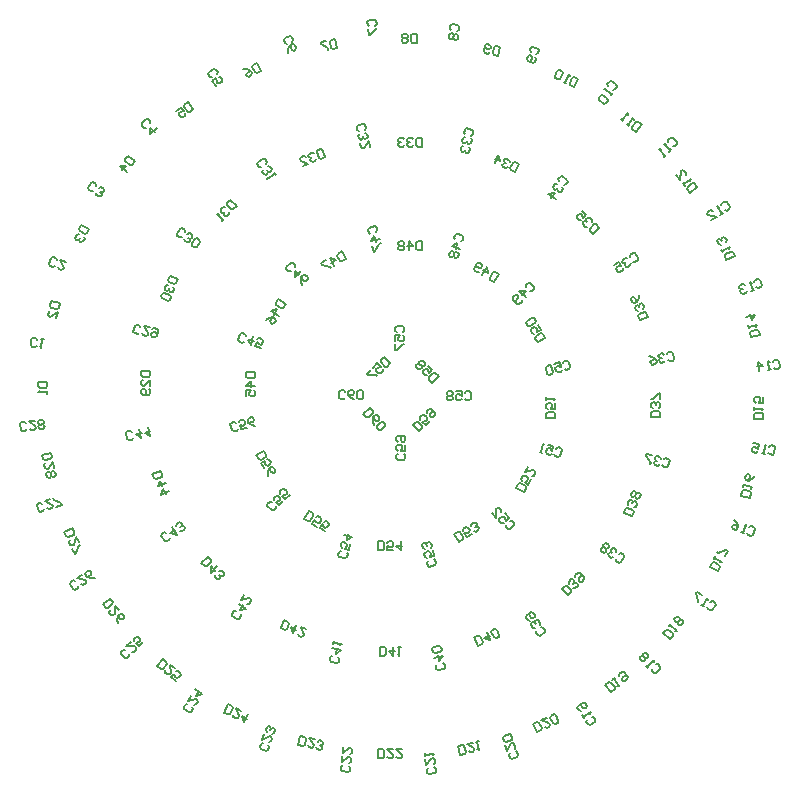
<source format=gbo>
G04*
G04 #@! TF.GenerationSoftware,Altium Limited,Altium Designer,20.2.4 (192)*
G04*
G04 Layer_Color=32896*
%FSLAX25Y25*%
%MOIN*%
G70*
G04*
G04 #@! TF.SameCoordinates,D12834CA-4DE5-443E-9A18-81BA23B25CB7*
G04*
G04*
G04 #@! TF.FilePolarity,Positive*
G04*
G01*
G75*
%ADD264C,0.00700*%
D264*
X-12549Y-6107D02*
X-10429Y-3986D01*
X-9368Y-5046D01*
X-9368Y-5753D01*
X-10782Y-7167D01*
X-11489Y-7167D01*
X-12549Y-6107D01*
X-9015Y-9641D02*
X-9368Y-8581D01*
X-9368Y-7167D01*
X-8661Y-6460D01*
X-7954D01*
X-7248Y-7167D01*
X-7248Y-7874D01*
X-7601Y-8228D01*
X-8308Y-8228D01*
X-9368Y-7167D01*
X-7954Y-9995D02*
Y-10701D01*
X-7248Y-11408D01*
X-6541D01*
X-5127Y-9995D01*
X-5127Y-9288D01*
X-5834Y-8581D01*
X-6541D01*
X-7954Y-9995D01*
X6107Y-11762D02*
X3986Y-9641D01*
X5046Y-8581D01*
X5753Y-8581D01*
X7167Y-9995D01*
X7167Y-10701D01*
X6107Y-11762D01*
X9641Y-8228D02*
X8228Y-9641D01*
X7167Y-8581D01*
X8228Y-8228D01*
X8581Y-7874D01*
Y-7167D01*
X7874Y-6460D01*
X7167Y-6460D01*
X6460Y-7167D01*
Y-7874D01*
X8581Y-5753D02*
Y-5046D01*
X9288Y-4340D01*
X9995Y-4340D01*
X11408Y-5753D01*
Y-6460D01*
X10701Y-7167D01*
X9995D01*
X9641Y-6814D01*
X9641Y-6107D01*
X10701Y-5046D01*
X12549Y6500D02*
X10429Y4380D01*
X9368Y5440D01*
X9368Y6147D01*
X10782Y7561D01*
X11489Y7561D01*
X12549Y6500D01*
X9015Y10035D02*
X10429Y8621D01*
X9368Y7561D01*
X9015Y8621D01*
X8661Y8975D01*
X7954D01*
X7248Y8268D01*
X7248Y7561D01*
X7954Y6854D01*
X8661D01*
X7954Y10388D02*
Y11095D01*
X7248Y11802D01*
X6541D01*
X6187Y11449D01*
Y10742D01*
X5480Y10742D01*
X5127Y10388D01*
X5127Y9681D01*
X5834Y8975D01*
X6541D01*
X6894Y9328D01*
Y10035D01*
X7601Y10035D01*
X7954Y10388D01*
X6894Y10035D02*
X6187Y10742D01*
X-5713Y12943D02*
X-3593Y10822D01*
X-4653Y9762D01*
X-5360Y9762D01*
X-6773Y11176D01*
X-6773Y11883D01*
X-5713Y12943D01*
X-9247Y9409D02*
X-7834Y10822D01*
X-6773Y9762D01*
X-7834Y9409D01*
X-8187Y9055D01*
Y8348D01*
X-7480Y7641D01*
X-6773Y7641D01*
X-6067Y8348D01*
Y9055D01*
X-9954Y8702D02*
X-11368Y7288D01*
X-11015Y6934D01*
X-8187D01*
X-7834Y6581D01*
X-48180Y-19728D02*
X-45583Y-18228D01*
X-44833Y-19527D01*
X-45016Y-20210D01*
X-46747Y-21209D01*
X-47430Y-21026D01*
X-48180Y-19728D01*
X-45681Y-24057D02*
X-46680Y-22325D01*
X-45382Y-21575D01*
X-45315Y-22691D01*
X-45065Y-23124D01*
X-44382Y-23307D01*
X-43516Y-22807D01*
X-43333Y-22124D01*
X-43833Y-21258D01*
X-44516Y-21075D01*
X-44181Y-26654D02*
X-44248Y-25538D01*
X-43882Y-24172D01*
X-43016Y-23673D01*
X-42334Y-23856D01*
X-41834Y-24721D01*
X-42017Y-25404D01*
X-42450Y-25654D01*
X-43132Y-25471D01*
X-43882Y-24172D01*
X-32166Y-41032D02*
X-30666Y-38434D01*
X-29367Y-39184D01*
X-29184Y-39867D01*
X-30184Y-41598D01*
X-30867Y-41781D01*
X-32166Y-41032D01*
X-27837Y-43531D02*
X-29568Y-42531D01*
X-28819Y-41232D01*
X-28203Y-42165D01*
X-27770Y-42415D01*
X-27087Y-42232D01*
X-26587Y-41366D01*
X-26770Y-40684D01*
X-27636Y-40184D01*
X-28319Y-40367D01*
X-25240Y-45030D02*
X-26971Y-44031D01*
X-26221Y-42732D01*
X-25605Y-43665D01*
X-25173Y-43915D01*
X-24490Y-43732D01*
X-23990Y-42866D01*
X-24173Y-42183D01*
X-25039Y-41683D01*
X-25721Y-41866D01*
X-7542Y-51499D02*
Y-48500D01*
X-6042D01*
X-5543Y-49000D01*
Y-51000D01*
X-6042Y-51499D01*
X-7542D01*
X-2544D02*
X-4543D01*
Y-50000D01*
X-3543Y-50500D01*
X-3043D01*
X-2544Y-50000D01*
Y-49000D01*
X-3043Y-48500D01*
X-4043D01*
X-4543Y-49000D01*
X-44Y-48500D02*
Y-51499D01*
X-1544Y-50000D01*
X455D01*
X19334Y-48574D02*
X17834Y-45976D01*
X19133Y-45227D01*
X19816Y-45410D01*
X20816Y-47141D01*
X20633Y-47824D01*
X19334Y-48574D01*
X23663Y-46074D02*
X21931Y-47074D01*
X21181Y-45775D01*
X22297Y-45709D01*
X22730Y-45458D01*
X22913Y-44776D01*
X22413Y-43910D01*
X21730Y-43727D01*
X20865Y-44227D01*
X20682Y-44910D01*
X24279Y-45142D02*
X24961Y-45325D01*
X25827Y-44825D01*
X26010Y-44142D01*
X25760Y-43709D01*
X25077Y-43526D01*
X24645Y-43776D01*
X25077Y-43526D01*
X25260Y-42843D01*
X25010Y-42410D01*
X24328Y-42228D01*
X23462Y-42727D01*
X23279Y-43410D01*
X41032Y-32166D02*
X38434Y-30666D01*
X39184Y-29367D01*
X39867Y-29184D01*
X41598Y-30184D01*
X41781Y-30867D01*
X41032Y-32166D01*
X43531Y-27837D02*
X42531Y-29568D01*
X41232Y-28819D01*
X42165Y-28203D01*
X42415Y-27770D01*
X42232Y-27087D01*
X41366Y-26587D01*
X40684Y-26770D01*
X40184Y-27636D01*
X40367Y-28319D01*
X42433Y-23740D02*
X41433Y-25471D01*
X44164Y-24740D01*
X44597Y-24990D01*
X44780Y-25672D01*
X44280Y-26538D01*
X43598Y-26721D01*
X51499Y-7436D02*
X48500D01*
Y-5936D01*
X49000Y-5437D01*
X51000D01*
X51499Y-5936D01*
Y-7436D01*
Y-2437D02*
Y-4437D01*
X50000D01*
X50500Y-3437D01*
Y-2937D01*
X50000Y-2437D01*
X49000D01*
X48500Y-2937D01*
Y-3937D01*
X49000Y-4437D01*
X48500Y-1438D02*
Y-438D01*
Y-938D01*
X51499D01*
X51000Y-1438D01*
X48180Y19334D02*
X45583Y17834D01*
X44833Y19133D01*
X45016Y19816D01*
X46747Y20816D01*
X47430Y20633D01*
X48180Y19334D01*
X45681Y23663D02*
X46680Y21931D01*
X45382Y21181D01*
X45315Y22297D01*
X45065Y22730D01*
X44382Y22913D01*
X43516Y22413D01*
X43333Y21730D01*
X43833Y20865D01*
X44516Y20682D01*
X44748Y24279D02*
X44931Y24961D01*
X44431Y25827D01*
X43748Y26010D01*
X42017Y25010D01*
X41834Y24328D01*
X42334Y23462D01*
X43016Y23279D01*
X44748Y24279D01*
X32559Y40638D02*
X31060Y38041D01*
X29761Y38790D01*
X29578Y39473D01*
X30578Y41205D01*
X31261Y41388D01*
X32559Y40638D01*
X27164Y40290D02*
X28663Y42887D01*
X29212Y40839D01*
X27481Y41838D01*
X26115Y41473D02*
X25432Y41290D01*
X24567Y41789D01*
X24384Y42472D01*
X25383Y44204D01*
X26066Y44387D01*
X26932Y43887D01*
X27115Y43204D01*
X26865Y42771D01*
X26182Y42588D01*
X24883Y43338D01*
X7148Y51499D02*
Y48500D01*
X5649D01*
X5149Y49000D01*
Y51000D01*
X5649Y51499D01*
X7148D01*
X2650Y48500D02*
Y51499D01*
X4149Y50000D01*
X2150D01*
X1150Y51000D02*
X650Y51499D01*
X-349D01*
X-849Y51000D01*
Y50500D01*
X-349Y50000D01*
X-849Y49500D01*
Y49000D01*
X-349Y48500D01*
X650D01*
X1150Y49000D01*
Y49500D01*
X650Y50000D01*
X1150Y50500D01*
Y51000D01*
X650Y50000D02*
X-349D01*
X-19728Y48180D02*
X-18228Y45583D01*
X-19527Y44833D01*
X-20210Y45016D01*
X-21209Y46747D01*
X-21026Y47430D01*
X-19728Y48180D01*
X-22124Y43333D02*
X-23624Y45931D01*
X-21575Y45382D01*
X-23307Y44382D01*
X-24922Y45181D02*
X-26654Y44181D01*
X-26404Y43748D01*
X-23673Y43016D01*
X-23423Y42584D01*
X-41032Y32166D02*
X-38434Y30666D01*
X-39184Y29367D01*
X-39867Y29184D01*
X-41598Y30184D01*
X-41781Y30867D01*
X-41032Y32166D01*
X-40684Y26770D02*
X-43281Y28270D01*
X-41232Y28819D01*
X-42232Y27087D01*
X-45030Y25240D02*
X-44098Y25855D01*
X-42732Y26221D01*
X-41866Y25721D01*
X-41683Y25039D01*
X-42183Y24173D01*
X-42866Y23990D01*
X-43299Y24240D01*
X-43482Y24923D01*
X-42732Y26221D01*
X-51499Y7936D02*
X-48500D01*
Y6436D01*
X-49000Y5936D01*
X-51000D01*
X-51499Y6436D01*
Y7936D01*
X-48500Y3437D02*
X-51499D01*
X-50000Y4937D01*
Y2937D01*
X-51499Y-62D02*
Y1938D01*
X-50000D01*
X-50500Y938D01*
Y438D01*
X-50000Y-62D01*
X-49000D01*
X-48500Y438D01*
Y1438D01*
X-49000Y1938D01*
X-82837Y-26013D02*
X-80066Y-24866D01*
X-79492Y-26251D01*
X-79763Y-26904D01*
X-81610Y-27669D01*
X-82263Y-27399D01*
X-82837Y-26013D01*
X-78345Y-29022D02*
X-81115Y-30169D01*
X-80304Y-28210D01*
X-79539Y-30057D01*
X-77197Y-31793D02*
X-79968Y-32940D01*
X-79156Y-30981D01*
X-78391Y-32828D01*
X-66486Y-55713D02*
X-64366Y-53592D01*
X-63305Y-54653D01*
X-63305Y-55360D01*
X-64719Y-56773D01*
X-65426Y-56774D01*
X-66486Y-55713D01*
X-61185Y-56774D02*
X-63305Y-58894D01*
X-63305Y-56774D01*
X-61892Y-58187D01*
Y-59601D02*
Y-60308D01*
X-61185Y-61015D01*
X-60478D01*
X-60124Y-60661D01*
Y-59954D01*
X-60478Y-59601D01*
X-60124Y-59954D01*
X-59417Y-59954D01*
X-59064Y-59601D01*
X-59064Y-58894D01*
X-59771Y-58187D01*
X-60478D01*
X-40095Y-77414D02*
X-38947Y-74643D01*
X-37562Y-75217D01*
X-37291Y-75870D01*
X-38056Y-77718D01*
X-38710Y-77988D01*
X-40095Y-77414D01*
X-34791Y-76365D02*
X-35939Y-79136D01*
X-36750Y-77176D01*
X-34903Y-77942D01*
X-31559Y-77704D02*
X-33406Y-76939D01*
X-32324Y-79551D01*
X-32515Y-80013D01*
X-33168Y-80283D01*
X-34092Y-79901D01*
X-34362Y-79248D01*
X-7042Y-86539D02*
Y-83540D01*
X-5543D01*
X-5043Y-84040D01*
Y-86039D01*
X-5543Y-86539D01*
X-7042D01*
X-2544Y-83540D02*
Y-86539D01*
X-4043Y-85039D01*
X-2044D01*
X-1044Y-83540D02*
X-44D01*
X-544D01*
Y-86539D01*
X-1044Y-86039D01*
X25620Y-83231D02*
X24472Y-80460D01*
X25857Y-79886D01*
X26510Y-80156D01*
X27276Y-82004D01*
X27005Y-82657D01*
X25620Y-83231D01*
X28628Y-78738D02*
X29776Y-81509D01*
X27817Y-80698D01*
X29664Y-79932D01*
X30970Y-80473D02*
X31623Y-80744D01*
X32547Y-80361D01*
X32817Y-79708D01*
X32052Y-77861D01*
X31399Y-77591D01*
X30475Y-77973D01*
X30205Y-78626D01*
X30970Y-80473D01*
X55713Y-66486D02*
X53592Y-64366D01*
X54653Y-63305D01*
X55360Y-63305D01*
X56773Y-64719D01*
X56774Y-65426D01*
X55713Y-66486D01*
X57480Y-64012D02*
X58187D01*
X58894Y-63305D01*
X58894Y-62598D01*
X58541Y-62245D01*
X57834D01*
X57480Y-62598D01*
X57834Y-62245D01*
X57834Y-61538D01*
X57480Y-61185D01*
X56774Y-61185D01*
X56067Y-61892D01*
Y-62598D01*
X58187Y-60478D02*
Y-59771D01*
X58894Y-59064D01*
X59601Y-59064D01*
X61015Y-60478D01*
Y-61185D01*
X60308Y-61892D01*
X59601D01*
X59247Y-61538D01*
X59247Y-60831D01*
X60308Y-59771D01*
X77021Y-40095D02*
X74250Y-38947D01*
X74824Y-37562D01*
X75477Y-37291D01*
X77324Y-38056D01*
X77594Y-38710D01*
X77021Y-40095D01*
X77706Y-37133D02*
X78359Y-36862D01*
X78742Y-35939D01*
X78471Y-35286D01*
X78010Y-35094D01*
X77357Y-35365D01*
X77165Y-35827D01*
X77357Y-35365D01*
X77086Y-34712D01*
X76624Y-34521D01*
X75971Y-34791D01*
X75589Y-35715D01*
X75859Y-36368D01*
X78854Y-34362D02*
X79507Y-34092D01*
X79890Y-33168D01*
X79619Y-32515D01*
X79157Y-32324D01*
X78504Y-32594D01*
X78234Y-31941D01*
X77772Y-31750D01*
X77119Y-32020D01*
X76736Y-32944D01*
X77007Y-33597D01*
X77469Y-33788D01*
X78122Y-33518D01*
X78392Y-34171D01*
X78854Y-34362D01*
X78122Y-33518D02*
X78504Y-32594D01*
X86539Y-7148D02*
X83540D01*
Y-5649D01*
X84040Y-5149D01*
X86039D01*
X86539Y-5649D01*
Y-7148D01*
X86039Y-4149D02*
X86539Y-3649D01*
Y-2650D01*
X86039Y-2150D01*
X85539D01*
X85039Y-2650D01*
Y-3150D01*
Y-2650D01*
X84540Y-2150D01*
X84040D01*
X83540Y-2650D01*
Y-3649D01*
X84040Y-4149D01*
X86539Y-1150D02*
Y849D01*
X86039D01*
X84040Y-1150D01*
X83540D01*
X82443Y26407D02*
X79672Y25259D01*
X79099Y26645D01*
X79369Y27298D01*
X81216Y28063D01*
X81869Y27793D01*
X82443Y26407D01*
X80834Y28986D02*
X81104Y29640D01*
X80722Y30563D01*
X80069Y30834D01*
X79607Y30642D01*
X79336Y29989D01*
X79528Y29528D01*
X79336Y29989D01*
X78683Y30260D01*
X78221Y30069D01*
X77951Y29416D01*
X78333Y28492D01*
X78987Y28221D01*
X79383Y33796D02*
X79303Y32681D01*
X78762Y31375D01*
X77839Y30992D01*
X77186Y31263D01*
X76803Y32186D01*
X77074Y32839D01*
X77535Y33031D01*
X78189Y32760D01*
X78762Y31375D01*
X66092Y56107D02*
X63972Y53986D01*
X62912Y55046D01*
X62912Y55753D01*
X64325Y57167D01*
X65032Y57167D01*
X66092Y56107D01*
X63618Y57874D02*
Y58581D01*
X62912Y59288D01*
X62205Y59288D01*
X61851Y58934D01*
Y58227D01*
X62205Y57874D01*
X61851Y58227D01*
X61144Y58227D01*
X60791Y57874D01*
X60791Y57167D01*
X61498Y56460D01*
X62205D01*
X60438Y61762D02*
X61851Y60348D01*
X60791Y59288D01*
X60438Y60348D01*
X60084Y60702D01*
X59377D01*
X58670Y59995D01*
X58670Y59288D01*
X59377Y58581D01*
X60084D01*
X39307Y77414D02*
X38160Y74643D01*
X36775Y75217D01*
X36504Y75870D01*
X37269Y77718D01*
X37922Y77988D01*
X39307Y77414D01*
X36345Y78100D02*
X36075Y78753D01*
X35151Y79136D01*
X34498Y78865D01*
X34307Y78403D01*
X34578Y77750D01*
X35039Y77559D01*
X34578Y77750D01*
X33924Y77480D01*
X33733Y77018D01*
X34004Y76365D01*
X34927Y75982D01*
X35580Y76253D01*
X31233Y77513D02*
X32381Y80283D01*
X33192Y78324D01*
X31345Y79089D01*
X7148Y86145D02*
Y83146D01*
X5649D01*
X5149Y83646D01*
Y85645D01*
X5649Y86145D01*
X7148D01*
X4149Y85645D02*
X3649Y86145D01*
X2650D01*
X2150Y85645D01*
Y85145D01*
X2650Y84646D01*
X3150D01*
X2650D01*
X2150Y84146D01*
Y83646D01*
X2650Y83146D01*
X3649D01*
X4149Y83646D01*
X1150Y85645D02*
X650Y86145D01*
X-349D01*
X-849Y85645D01*
Y85145D01*
X-349Y84646D01*
X151D01*
X-349D01*
X-849Y84146D01*
Y83646D01*
X-349Y83146D01*
X650D01*
X1150Y83646D01*
X-26407Y82443D02*
X-25259Y79672D01*
X-26645Y79099D01*
X-27298Y79369D01*
X-28063Y81216D01*
X-27793Y81869D01*
X-26407Y82443D01*
X-28986Y80834D02*
X-29640Y81104D01*
X-30563Y80722D01*
X-30834Y80069D01*
X-30642Y79607D01*
X-29989Y79336D01*
X-29528Y79528D01*
X-29989Y79336D01*
X-30260Y78683D01*
X-30069Y78221D01*
X-29416Y77951D01*
X-28492Y78333D01*
X-28221Y78987D01*
X-32648Y76612D02*
X-30801Y77377D01*
X-33413Y78459D01*
X-33604Y78921D01*
X-33334Y79574D01*
X-32410Y79957D01*
X-31757Y79686D01*
X-56854Y65345D02*
X-54733Y63225D01*
X-55794Y62164D01*
X-56501Y62164D01*
X-57914Y63578D01*
X-57914Y64285D01*
X-56854Y65345D01*
X-58621Y62871D02*
X-59328D01*
X-60035Y62164D01*
X-60035Y61458D01*
X-59681Y61104D01*
X-58975D01*
X-58621Y61458D01*
X-58975Y61104D01*
X-58975Y60397D01*
X-58621Y60044D01*
X-57914Y60044D01*
X-57207Y60751D01*
Y61458D01*
X-58975Y58983D02*
X-59681Y58277D01*
X-59328Y58630D01*
X-61449Y60751D01*
X-60742D01*
X-77021Y40095D02*
X-74250Y38947D01*
X-74824Y37562D01*
X-75477Y37291D01*
X-77324Y38056D01*
X-77594Y38710D01*
X-77021Y40095D01*
X-77706Y37133D02*
X-78359Y36862D01*
X-78742Y35939D01*
X-78471Y35286D01*
X-78010Y35094D01*
X-77357Y35365D01*
X-77165Y35827D01*
X-77357Y35365D01*
X-77086Y34712D01*
X-76624Y34521D01*
X-75971Y34791D01*
X-75589Y35715D01*
X-75859Y36368D01*
X-78854Y34362D02*
X-79507Y34092D01*
X-79890Y33168D01*
X-79619Y32515D01*
X-77772Y31750D01*
X-77119Y32020D01*
X-76736Y32944D01*
X-77007Y33597D01*
X-78854Y34362D01*
X-86539Y8329D02*
X-83540D01*
Y6830D01*
X-84040Y6330D01*
X-86039D01*
X-86539Y6830D01*
Y8329D01*
X-83540Y3331D02*
Y5330D01*
X-85539Y3331D01*
X-86039D01*
X-86539Y3831D01*
Y4831D01*
X-86039Y5330D01*
X-84040Y2331D02*
X-83540Y1832D01*
Y832D01*
X-84040Y332D01*
X-86039D01*
X-86539Y832D01*
Y1832D01*
X-86039Y2331D01*
X-85539D01*
X-85039Y1832D01*
Y332D01*
X-119675Y-19664D02*
X-116751Y-18996D01*
X-116417Y-20458D01*
X-116793Y-21057D01*
X-118742Y-21502D01*
X-119341Y-21125D01*
X-119675Y-19664D01*
X-115638Y-23869D02*
X-116083Y-21920D01*
X-117588Y-24314D01*
X-118075Y-24425D01*
X-118674Y-24049D01*
X-118896Y-23075D01*
X-118520Y-22476D01*
X-117852Y-25400D02*
X-118229Y-25999D01*
X-118006Y-26973D01*
X-117408Y-27349D01*
X-116920Y-27238D01*
X-116544Y-26640D01*
X-115946Y-27016D01*
X-115458Y-26904D01*
X-115082Y-26306D01*
X-115305Y-25331D01*
X-115903Y-24955D01*
X-116391Y-25066D01*
X-116767Y-25665D01*
X-117365Y-25289D01*
X-117852Y-25400D01*
X-116767Y-25665D02*
X-116544Y-26640D01*
X-112141Y-45473D02*
X-109439Y-44172D01*
X-108788Y-45523D01*
X-109022Y-46190D01*
X-110823Y-47058D01*
X-111490Y-46824D01*
X-112141Y-45473D01*
X-107270Y-48675D02*
X-108138Y-46874D01*
X-109072Y-49543D01*
X-109522Y-49760D01*
X-110189Y-49526D01*
X-110623Y-48625D01*
X-110389Y-47958D01*
X-109539Y-50877D02*
X-108671Y-52679D01*
X-108221Y-52462D01*
X-107287Y-49793D01*
X-106837Y-49576D01*
X-99335Y-69462D02*
X-96990Y-67592D01*
X-96055Y-68765D01*
X-96134Y-69467D01*
X-97697Y-70714D01*
X-98400Y-70635D01*
X-99335Y-69462D01*
X-93874Y-71500D02*
X-95120Y-69937D01*
X-95437Y-72747D01*
X-95828Y-73058D01*
X-96530Y-72979D01*
X-97153Y-72198D01*
X-97074Y-71495D01*
X-94349Y-75715D02*
X-94581Y-74622D01*
X-94423Y-73217D01*
X-93641Y-72593D01*
X-92939Y-72673D01*
X-92315Y-73454D01*
X-92395Y-74157D01*
X-92785Y-74468D01*
X-93488Y-74389D01*
X-94423Y-73217D01*
X-81227Y-90018D02*
X-79357Y-87673D01*
X-78184Y-88608D01*
X-78105Y-89310D01*
X-79352Y-90874D01*
X-80054Y-90953D01*
X-81227Y-90018D01*
X-75449Y-90790D02*
X-77012Y-89543D01*
X-76695Y-92353D01*
X-77007Y-92743D01*
X-77710Y-92823D01*
X-78491Y-92199D01*
X-78570Y-91497D01*
X-74974Y-95004D02*
X-76537Y-93757D01*
X-75602Y-92585D01*
X-75132Y-93599D01*
X-74741Y-93911D01*
X-74039Y-93832D01*
X-73416Y-93050D01*
X-73495Y-92348D01*
X-74277Y-91724D01*
X-74979Y-91804D01*
X-58978Y-105522D02*
X-57677Y-102820D01*
X-56326Y-103470D01*
X-56092Y-104137D01*
X-56959Y-105939D01*
X-57627Y-106172D01*
X-58978Y-105522D01*
X-53173Y-104988D02*
X-54975Y-104121D01*
X-54041Y-106790D01*
X-54258Y-107240D01*
X-54925Y-107473D01*
X-55825Y-107040D01*
X-56059Y-106372D01*
X-50921Y-106073D02*
X-52223Y-108775D01*
X-52923Y-106773D01*
X-51122Y-107641D01*
X-34153Y-116320D02*
X-33486Y-113396D01*
X-32024Y-113730D01*
X-31648Y-114329D01*
X-32093Y-116278D01*
X-32691Y-116654D01*
X-34153Y-116320D01*
X-28613Y-114509D02*
X-30562Y-114064D01*
X-29058Y-116458D01*
X-29169Y-116945D01*
X-29768Y-117321D01*
X-30742Y-117099D01*
X-31118Y-116500D01*
X-28194Y-117167D02*
X-27818Y-117766D01*
X-26844Y-117989D01*
X-26245Y-117612D01*
X-26134Y-117125D01*
X-26510Y-116527D01*
X-26997Y-116415D01*
X-26510Y-116527D01*
X-25912Y-116150D01*
X-25800Y-115663D01*
X-26176Y-115065D01*
X-27151Y-114842D01*
X-27750Y-115218D01*
X-7542Y-120791D02*
Y-117792D01*
X-6042D01*
X-5543Y-118292D01*
Y-120291D01*
X-6042Y-120791D01*
X-7542D01*
X-2544Y-117792D02*
X-4543D01*
X-2544Y-119791D01*
Y-120291D01*
X-3043Y-120791D01*
X-4043D01*
X-4543Y-120291D01*
X455Y-117792D02*
X-1544D01*
X455Y-119791D01*
Y-120291D01*
X-44Y-120791D01*
X-1044D01*
X-1544Y-120291D01*
X19757Y-119563D02*
X19090Y-116639D01*
X20552Y-116306D01*
X21150Y-116682D01*
X21595Y-118631D01*
X21219Y-119230D01*
X19757Y-119563D01*
X23963Y-115527D02*
X22014Y-115972D01*
X24408Y-117476D01*
X24519Y-117964D01*
X24143Y-118562D01*
X23168Y-118785D01*
X22570Y-118409D01*
X24938Y-115305D02*
X25912Y-115082D01*
X25425Y-115194D01*
X26092Y-118117D01*
X25494Y-117741D01*
X45473Y-112141D02*
X44172Y-109439D01*
X45523Y-108788D01*
X46190Y-109022D01*
X47058Y-110823D01*
X46824Y-111490D01*
X45473Y-112141D01*
X48675Y-107270D02*
X46874Y-108138D01*
X49543Y-109072D01*
X49760Y-109522D01*
X49526Y-110189D01*
X48625Y-110623D01*
X47958Y-110389D01*
X50660Y-109088D02*
X51328Y-109322D01*
X52228Y-108888D01*
X52462Y-108221D01*
X51594Y-106420D01*
X50927Y-106186D01*
X50026Y-106620D01*
X49793Y-107287D01*
X50660Y-109088D01*
X70051Y-98785D02*
X68181Y-96441D01*
X69354Y-95506D01*
X70056Y-95585D01*
X71303Y-97148D01*
X71224Y-97850D01*
X70051Y-98785D01*
X70526Y-94571D02*
X71308Y-93947D01*
X70917Y-94259D01*
X72787Y-96604D01*
X72084Y-96525D01*
X72792Y-93403D02*
X72871Y-92701D01*
X73652Y-92077D01*
X74355Y-92157D01*
X75602Y-93720D01*
X75522Y-94422D01*
X74741Y-95046D01*
X74038Y-94966D01*
X73727Y-94576D01*
X73806Y-93873D01*
X74978Y-92938D01*
X89780Y-81031D02*
X87435Y-79161D01*
X88370Y-77989D01*
X89073Y-77910D01*
X90636Y-79156D01*
X90715Y-79859D01*
X89780Y-81031D01*
X89305Y-76817D02*
X89928Y-76035D01*
X89617Y-76426D01*
X91961Y-78296D01*
X91259Y-78375D01*
X92817Y-76421D02*
X93520Y-76342D01*
X94143Y-75560D01*
X94064Y-74858D01*
X93673Y-74546D01*
X92971Y-74625D01*
X92891Y-73923D01*
X92501Y-73611D01*
X91798Y-73690D01*
X91175Y-74472D01*
X91254Y-75174D01*
X91645Y-75486D01*
X92347Y-75407D01*
X92426Y-76109D01*
X92817Y-76421D01*
X92347Y-75407D02*
X92971Y-74625D01*
X105630Y-58359D02*
X102928Y-57058D01*
X103579Y-55707D01*
X104246Y-55473D01*
X106047Y-56341D01*
X106281Y-57008D01*
X105630Y-58359D01*
X104229Y-54356D02*
X104663Y-53455D01*
X104446Y-53905D01*
X107148Y-55207D01*
X106481Y-55440D01*
X108016Y-53405D02*
X108883Y-51604D01*
X108433Y-51387D01*
X105764Y-52321D01*
X105314Y-52104D01*
X116376Y-33910D02*
X113452Y-33242D01*
X113786Y-31780D01*
X114384Y-31404D01*
X116333Y-31849D01*
X116709Y-32448D01*
X116376Y-33910D01*
X114119Y-30318D02*
X114342Y-29344D01*
X114231Y-29831D01*
X117154Y-30499D01*
X116556Y-30875D01*
X118044Y-26600D02*
X117334Y-27463D01*
X116137Y-28216D01*
X115163Y-27993D01*
X114787Y-27395D01*
X115009Y-26420D01*
X115608Y-26044D01*
X116095Y-26155D01*
X116471Y-26754D01*
X116137Y-28216D01*
X120791Y-7686D02*
X117792D01*
Y-6186D01*
X118292Y-5686D01*
X120291D01*
X120791Y-6186D01*
Y-7686D01*
X117792Y-4687D02*
Y-3687D01*
Y-4187D01*
X120791D01*
X120291Y-4687D01*
X120791Y-188D02*
Y-2188D01*
X119291D01*
X119791Y-1188D01*
Y-688D01*
X119291Y-188D01*
X118292D01*
X117792Y-688D01*
Y-1688D01*
X118292Y-2188D01*
X119619Y20301D02*
X116695Y19634D01*
X116361Y21095D01*
X116737Y21694D01*
X118687Y22139D01*
X119285Y21763D01*
X119619Y20301D01*
X116028Y22557D02*
X115805Y23532D01*
X115917Y23045D01*
X118840Y23712D01*
X118464Y23114D01*
X115138Y26456D02*
X118062Y27123D01*
X116934Y25328D01*
X116489Y27277D01*
X111245Y46486D02*
X108543Y45184D01*
X107893Y46536D01*
X108126Y47203D01*
X109927Y48070D01*
X110595Y47837D01*
X111245Y46486D01*
X107242Y47886D02*
X106808Y48787D01*
X107025Y48337D01*
X109727Y49638D01*
X109494Y48971D01*
X108409Y51222D02*
X108643Y51890D01*
X108209Y52790D01*
X107542Y53024D01*
X107092Y52807D01*
X106858Y52140D01*
X107075Y51689D01*
X106858Y52140D01*
X106191Y52373D01*
X105740Y52156D01*
X105507Y51489D01*
X105941Y50589D01*
X106608Y50355D01*
X98785Y69657D02*
X96441Y67788D01*
X95506Y68960D01*
X95585Y69662D01*
X97148Y70909D01*
X97850Y70830D01*
X98785Y69657D01*
X94571Y70132D02*
X93947Y70914D01*
X94259Y70523D01*
X96604Y72393D01*
X96525Y71691D01*
X91766Y73650D02*
X93012Y72086D01*
X93329Y74896D01*
X93720Y75208D01*
X94422Y75129D01*
X95046Y74347D01*
X94966Y73645D01*
X80247Y90485D02*
X78377Y88140D01*
X77205Y89075D01*
X77125Y89778D01*
X78372Y91341D01*
X79074Y91420D01*
X80247Y90485D01*
X76032Y90010D02*
X75251Y90634D01*
X75641Y90322D01*
X77511Y92667D01*
X77590Y91964D01*
X74078Y91569D02*
X73297Y92192D01*
X73687Y91880D01*
X75557Y94225D01*
X75636Y93523D01*
X59146Y105630D02*
X57845Y102928D01*
X56494Y103579D01*
X56261Y104246D01*
X57128Y106047D01*
X57795Y106281D01*
X59146Y105630D01*
X55143Y104229D02*
X54242Y104663D01*
X54693Y104446D01*
X55994Y107148D01*
X56227Y106481D01*
X53976Y107565D02*
X53742Y108232D01*
X52842Y108666D01*
X52174Y108433D01*
X51307Y106631D01*
X51540Y105964D01*
X52441Y105530D01*
X53108Y105764D01*
X53976Y107565D01*
X33085Y116260D02*
X32418Y113336D01*
X30956Y113670D01*
X30580Y114269D01*
X31025Y116218D01*
X31623Y116594D01*
X33085Y116260D01*
X29605Y114491D02*
X29007Y114115D01*
X28032Y114337D01*
X27656Y114936D01*
X28101Y116885D01*
X28699Y117261D01*
X29674Y117039D01*
X30050Y116440D01*
X29939Y115953D01*
X29340Y115577D01*
X27878Y115910D01*
X5255Y120791D02*
Y117792D01*
X3756D01*
X3256Y118292D01*
Y120291D01*
X3756Y120791D01*
X5255D01*
X2256Y120291D02*
X1756Y120791D01*
X757D01*
X257Y120291D01*
Y119791D01*
X757Y119291D01*
X257Y118791D01*
Y118292D01*
X757Y117792D01*
X1756D01*
X2256Y118292D01*
Y118791D01*
X1756Y119291D01*
X2256Y119791D01*
Y120291D01*
X1756Y119291D02*
X757D01*
X-21913Y118947D02*
X-21246Y116023D01*
X-22707Y115690D01*
X-23306Y116066D01*
X-23751Y118015D01*
X-23375Y118614D01*
X-21913Y118947D01*
X-24837Y118280D02*
X-26786Y117835D01*
X-26675Y117348D01*
X-24281Y115843D01*
X-24169Y115356D01*
X-48005Y111097D02*
X-46704Y108395D01*
X-48055Y107744D01*
X-48722Y107978D01*
X-49590Y109779D01*
X-49356Y110446D01*
X-48005Y111097D01*
X-52509Y108928D02*
X-51391Y108912D01*
X-50057Y108445D01*
X-49623Y107544D01*
X-49856Y106877D01*
X-50757Y106443D01*
X-51424Y106676D01*
X-51641Y107127D01*
X-51408Y107794D01*
X-50057Y108445D01*
X-71028Y98006D02*
X-69158Y95661D01*
X-70331Y94727D01*
X-71033Y94806D01*
X-72280Y96369D01*
X-72201Y97071D01*
X-71028Y98006D01*
X-74936Y94890D02*
X-73373Y96136D01*
X-72438Y94964D01*
X-73531Y94731D01*
X-73922Y94420D01*
X-74001Y93717D01*
X-73378Y92936D01*
X-72676Y92857D01*
X-71894Y93480D01*
X-71815Y94182D01*
X-90953Y80054D02*
X-88608Y78184D01*
X-89543Y77012D01*
X-90245Y76933D01*
X-91808Y78179D01*
X-91888Y78882D01*
X-90953Y80054D01*
X-91413Y74667D02*
X-93757Y76537D01*
X-91650Y76775D01*
X-92897Y75211D01*
X-106566Y56839D02*
X-103864Y55538D01*
X-104515Y54187D01*
X-105182Y53954D01*
X-106983Y54821D01*
X-107217Y55488D01*
X-106566Y56839D01*
X-107417Y53920D02*
X-108084Y53687D01*
X-108518Y52786D01*
X-108284Y52119D01*
X-107834Y51902D01*
X-107167Y52136D01*
X-106950Y52586D01*
X-107167Y52136D01*
X-106933Y51468D01*
X-106483Y51252D01*
X-105816Y51485D01*
X-105382Y52386D01*
X-105615Y53053D01*
X-116654Y31510D02*
X-113730Y30843D01*
X-114064Y29381D01*
X-114662Y29005D01*
X-116611Y29450D01*
X-116988Y30048D01*
X-116654Y31510D01*
X-114842Y25970D02*
X-114397Y27919D01*
X-116791Y26415D01*
X-117279Y26526D01*
X-117655Y27125D01*
X-117432Y28099D01*
X-116834Y28475D01*
X-120791Y4755D02*
X-117792D01*
Y3256D01*
X-118292Y2756D01*
X-120291D01*
X-120791Y3256D01*
Y4755D01*
X-117792Y1756D02*
Y757D01*
Y1256D01*
X-120791D01*
X-120291Y1756D01*
X-18535Y-606D02*
X-19035Y-1106D01*
X-20034D01*
X-20534Y-606D01*
Y1393D01*
X-20034Y1893D01*
X-19035D01*
X-18535Y1393D01*
X-15536Y-1106D02*
X-16535Y-606D01*
X-17535Y394D01*
Y1393D01*
X-17035Y1893D01*
X-16036D01*
X-15536Y1393D01*
Y893D01*
X-16036Y394D01*
X-17535D01*
X-14536Y-606D02*
X-14036Y-1106D01*
X-13036D01*
X-12537Y-606D01*
Y1393D01*
X-13036Y1893D01*
X-14036D01*
X-14536Y1393D01*
Y-606D01*
X1000Y-19322D02*
X1500Y-19822D01*
Y-20822D01*
X1000Y-21321D01*
X-1000D01*
X-1500Y-20822D01*
Y-19822D01*
X-1000Y-19322D01*
X1500Y-16323D02*
Y-18323D01*
X0D01*
X500Y-17323D01*
Y-16823D01*
X0Y-16323D01*
X-1000D01*
X-1500Y-16823D01*
Y-17823D01*
X-1000Y-18323D01*
Y-15324D02*
X-1500Y-14824D01*
Y-13824D01*
X-1000Y-13324D01*
X1000D01*
X1500Y-13824D01*
Y-14824D01*
X1000Y-15324D01*
X500D01*
X0Y-14824D01*
Y-13324D01*
X21291Y1000D02*
X21790Y1500D01*
X22790D01*
X23290Y1000D01*
Y-1000D01*
X22790Y-1500D01*
X21790D01*
X21291Y-1000D01*
X18292Y1500D02*
X20291D01*
Y0D01*
X19291Y500D01*
X18791D01*
X18292Y0D01*
Y-1000D01*
X18791Y-1500D01*
X19791D01*
X20291Y-1000D01*
X17292Y1000D02*
X16792Y1500D01*
X15792D01*
X15293Y1000D01*
Y500D01*
X15792Y0D01*
X15293Y-500D01*
Y-1000D01*
X15792Y-1500D01*
X16792D01*
X17292Y-1000D01*
Y-500D01*
X16792Y0D01*
X17292Y500D01*
Y1000D01*
X16792Y0D02*
X15792D01*
X-1393Y21291D02*
X-1893Y21790D01*
Y22790D01*
X-1393Y23290D01*
X606D01*
X1106Y22790D01*
Y21790D01*
X606Y21291D01*
X-1893Y18292D02*
Y20291D01*
X-394D01*
X-893Y19291D01*
Y18791D01*
X-394Y18292D01*
X606D01*
X1106Y18791D01*
Y19791D01*
X606Y20291D01*
X-1893Y17292D02*
Y15293D01*
X-1393D01*
X606Y17292D01*
X1106D01*
X-54428Y-10932D02*
X-54782Y-11544D01*
X-55747Y-11803D01*
X-56360Y-11449D01*
X-56877Y-9518D01*
X-56524Y-8906D01*
X-55558Y-8647D01*
X-54946Y-9001D01*
X-51402Y-10639D02*
X-53333Y-11156D01*
X-53721Y-9708D01*
X-52627Y-9932D01*
X-52144Y-9802D01*
X-51790Y-9190D01*
X-52049Y-8224D01*
X-52661Y-7871D01*
X-53627Y-8130D01*
X-53980Y-8742D01*
X-48505Y-9862D02*
X-49600Y-9638D01*
X-50825Y-8931D01*
X-51083Y-7966D01*
X-50730Y-7354D01*
X-49764Y-7095D01*
X-49152Y-7448D01*
X-49023Y-7931D01*
X-49376Y-8543D01*
X-50825Y-8931D01*
X-41652Y-36766D02*
X-41652Y-37473D01*
X-42359Y-38180D01*
X-43066D01*
X-44479Y-36766D01*
Y-36059D01*
X-43772Y-35353D01*
X-43066Y-35353D01*
X-39178Y-34999D02*
X-40591Y-36413D01*
X-41652Y-35353D01*
X-40591Y-34999D01*
X-40238Y-34646D01*
Y-33939D01*
X-40945Y-33232D01*
X-41652Y-33232D01*
X-42359Y-33939D01*
Y-34646D01*
X-37057Y-32879D02*
X-38471Y-34292D01*
X-39531Y-33232D01*
X-38471Y-32879D01*
X-38117Y-32525D01*
Y-31818D01*
X-38824Y-31111D01*
X-39531Y-31111D01*
X-40238Y-31818D01*
Y-32525D01*
X-18056Y-52190D02*
X-17702Y-52802D01*
X-17961Y-53768D01*
X-18573Y-54121D01*
X-20504Y-53604D01*
X-20858Y-52991D01*
X-20599Y-52026D01*
X-19987Y-51673D01*
X-16797Y-49422D02*
X-17314Y-51354D01*
X-18763Y-50966D01*
X-18021Y-50129D01*
X-17892Y-49647D01*
X-18245Y-49034D01*
X-19211Y-48776D01*
X-19823Y-49129D01*
X-20082Y-50095D01*
X-19728Y-50707D01*
X-19047Y-46232D02*
X-16150Y-47008D01*
X-17987Y-48069D01*
X-17469Y-46137D01*
X10932Y-54428D02*
X11544Y-54782D01*
X11803Y-55747D01*
X11449Y-56360D01*
X9518Y-56877D01*
X8906Y-56524D01*
X8647Y-55558D01*
X9001Y-54946D01*
X10639Y-51402D02*
X11156Y-53333D01*
X9708Y-53721D01*
X9932Y-52627D01*
X9802Y-52144D01*
X9190Y-51790D01*
X8224Y-52049D01*
X7871Y-52661D01*
X8130Y-53627D01*
X8742Y-53980D01*
X9897Y-50566D02*
X10250Y-49954D01*
X9992Y-48988D01*
X9380Y-48635D01*
X8897Y-48764D01*
X8543Y-49376D01*
X8673Y-49859D01*
X8543Y-49376D01*
X7931Y-49023D01*
X7448Y-49152D01*
X7095Y-49764D01*
X7354Y-50730D01*
X7966Y-51083D01*
X36373Y-41652D02*
X37080Y-41652D01*
X37786Y-42359D01*
Y-43066D01*
X36373Y-44479D01*
X35666D01*
X34959Y-43772D01*
X34959Y-43066D01*
X34605Y-39178D02*
X36019Y-40591D01*
X34959Y-41652D01*
X34605Y-40591D01*
X34252Y-40238D01*
X33545D01*
X32838Y-40945D01*
X32838Y-41652D01*
X33545Y-42359D01*
X34252D01*
X30364Y-39178D02*
X31778Y-40591D01*
Y-37764D01*
X32131Y-37411D01*
X32838D01*
X33545Y-38117D01*
Y-38824D01*
X51707Y-17533D02*
X52319Y-17179D01*
X53285Y-17438D01*
X53638Y-18050D01*
X53121Y-19981D01*
X52509Y-20335D01*
X51543Y-20076D01*
X51190Y-19464D01*
X48940Y-16274D02*
X50871Y-16791D01*
X50483Y-18240D01*
X49647Y-17498D01*
X49164Y-17369D01*
X48552Y-17722D01*
X48293Y-18688D01*
X48646Y-19300D01*
X49612Y-19559D01*
X50224Y-19205D01*
X47198Y-18912D02*
X46232Y-18653D01*
X46715Y-18782D01*
X47491Y-15886D01*
X47845Y-16498D01*
X54035Y10932D02*
X54388Y11544D01*
X55354Y11803D01*
X55966Y11449D01*
X56483Y9518D01*
X56130Y8906D01*
X55164Y8647D01*
X54552Y9001D01*
X51008Y10639D02*
X52940Y11156D01*
X53328Y9708D01*
X52233Y9932D01*
X51750Y9802D01*
X51397Y9190D01*
X51655Y8224D01*
X52267Y7871D01*
X53233Y8130D01*
X53587Y8742D01*
X50172Y9897D02*
X49560Y10250D01*
X48594Y9992D01*
X48241Y9380D01*
X48759Y7448D01*
X49371Y7095D01*
X50336Y7354D01*
X50690Y7966D01*
X50172Y9897D01*
X41652Y36373D02*
X41652Y37080D01*
X42359Y37786D01*
X43066D01*
X44479Y36373D01*
Y35666D01*
X43772Y34959D01*
X43066Y34959D01*
X41652Y32838D02*
X39531Y34959D01*
X41652Y34959D01*
X40238Y33545D01*
Y32131D02*
Y31424D01*
X39531Y30718D01*
X38824Y30718D01*
X37411Y32131D01*
Y32838D01*
X38117Y33545D01*
X38824D01*
X39178Y33192D01*
X39178Y32485D01*
X38117Y31424D01*
X18056Y52190D02*
X17702Y52802D01*
X17961Y53768D01*
X18573Y54121D01*
X20504Y53604D01*
X20858Y52991D01*
X20599Y52026D01*
X19987Y51673D01*
X19823Y49129D02*
X16926Y49905D01*
X18763Y50966D01*
X18245Y49034D01*
X17021Y48327D02*
X16409Y47974D01*
X16150Y47008D01*
X16503Y46396D01*
X16986Y46267D01*
X17598Y46620D01*
X17952Y46008D01*
X18435Y45879D01*
X19047Y46232D01*
X19306Y47198D01*
X18952Y47810D01*
X18469Y47939D01*
X17857Y47586D01*
X17504Y48198D01*
X17021Y48327D01*
X17857Y47586D02*
X17598Y46620D01*
X-10144Y54035D02*
X-10757Y54388D01*
X-11015Y55354D01*
X-10662Y55966D01*
X-8731Y56483D01*
X-8119Y56130D01*
X-7860Y55164D01*
X-8213Y54552D01*
X-7084Y52267D02*
X-9980Y51491D01*
X-8920Y53328D01*
X-8403Y51397D01*
X-9592Y50043D02*
X-9075Y48112D01*
X-8592Y48241D01*
X-7178Y50690D01*
X-6696Y50819D01*
X-36766Y41652D02*
X-37473Y41652D01*
X-38180Y42359D01*
Y43066D01*
X-36766Y44479D01*
X-36059D01*
X-35353Y43772D01*
X-35353Y43066D01*
X-33232Y41652D02*
X-35353Y39531D01*
X-35353Y41652D01*
X-33939Y40238D01*
X-32879Y37057D02*
X-33232Y38117D01*
X-33232Y39531D01*
X-32525Y40238D01*
X-31818D01*
X-31111Y39531D01*
X-31111Y38824D01*
X-31465Y38471D01*
X-32172Y38471D01*
X-33232Y39531D01*
X-52190Y18056D02*
X-52802Y17702D01*
X-53768Y17961D01*
X-54121Y18573D01*
X-53604Y20504D01*
X-52991Y20858D01*
X-52026Y20599D01*
X-51673Y19987D01*
X-49129Y19823D02*
X-49905Y16926D01*
X-50966Y18763D01*
X-49034Y18245D01*
X-46526Y16021D02*
X-48457Y16538D01*
X-48069Y17987D01*
X-47232Y17245D01*
X-46750Y17116D01*
X-46137Y17469D01*
X-45879Y18435D01*
X-46232Y19047D01*
X-47198Y19306D01*
X-47810Y18952D01*
X-89167Y-13969D02*
X-89560Y-14557D01*
X-90541Y-14752D01*
X-91128Y-14359D01*
X-91518Y-12398D01*
X-91126Y-11810D01*
X-90145Y-11615D01*
X-89557Y-12008D01*
X-87204Y-11030D02*
X-86619Y-13972D01*
X-88382Y-12794D01*
X-86421Y-12403D01*
X-84263Y-10445D02*
X-83677Y-13386D01*
X-85441Y-12208D01*
X-83480Y-11818D01*
X-77091Y-47218D02*
X-77229Y-47911D01*
X-78060Y-48466D01*
X-78754Y-48328D01*
X-79864Y-46666D01*
X-79726Y-45973D01*
X-78895Y-45417D01*
X-78202Y-45555D01*
X-76402Y-43751D02*
X-74736Y-46245D01*
X-76815Y-45831D01*
X-75153Y-44720D01*
X-73766Y-44996D02*
X-73073Y-45134D01*
X-72242Y-44578D01*
X-72104Y-43885D01*
X-72382Y-43470D01*
X-73075Y-43332D01*
X-73491Y-43609D01*
X-73075Y-43332D01*
X-72937Y-42638D01*
X-73215Y-42223D01*
X-73908Y-42085D01*
X-74739Y-42640D01*
X-74877Y-43334D01*
X-53429Y-72690D02*
X-53291Y-73383D01*
X-53847Y-74215D01*
X-54540Y-74353D01*
X-56202Y-73242D01*
X-56340Y-72549D01*
X-55785Y-71717D01*
X-55092Y-71579D01*
X-54119Y-69224D02*
X-51625Y-70890D01*
X-53705Y-71304D01*
X-52594Y-69641D01*
X-52175Y-66315D02*
X-53286Y-67977D01*
X-50512Y-67425D01*
X-50097Y-67703D01*
X-49959Y-68396D01*
X-50514Y-69227D01*
X-51208Y-69365D01*
X-20966Y-87099D02*
X-20573Y-87687D01*
X-20768Y-88667D01*
X-21356Y-89060D01*
X-23317Y-88670D01*
X-23709Y-88082D01*
X-23514Y-87102D01*
X-22927Y-86709D01*
X-22929Y-84160D02*
X-19988Y-84745D01*
X-21751Y-85923D01*
X-21361Y-83962D01*
X-22637Y-82689D02*
X-22442Y-81709D01*
X-22539Y-82199D01*
X-19598Y-82784D01*
X-20186Y-83177D01*
X13969Y-89167D02*
X14557Y-89560D01*
X14752Y-90541D01*
X14359Y-91128D01*
X12398Y-91518D01*
X11810Y-91126D01*
X11615Y-90145D01*
X12008Y-89557D01*
X11030Y-87204D02*
X13972Y-86619D01*
X12794Y-88382D01*
X12403Y-86421D01*
X13189Y-85246D02*
X13582Y-84658D01*
X13386Y-83677D01*
X12799Y-83285D01*
X10838Y-83675D01*
X10445Y-84263D01*
X10640Y-85243D01*
X11228Y-85636D01*
X13189Y-85246D01*
X46824Y-77091D02*
X47517Y-77229D01*
X48073Y-78060D01*
X47935Y-78754D01*
X46272Y-79864D01*
X45579Y-79726D01*
X45024Y-78895D01*
X45162Y-78202D01*
X46268Y-76260D02*
X46406Y-75567D01*
X45851Y-74736D01*
X45158Y-74598D01*
X44742Y-74875D01*
X44604Y-75569D01*
X44882Y-75984D01*
X44604Y-75569D01*
X43911Y-75431D01*
X43495Y-75708D01*
X43357Y-76402D01*
X43913Y-77233D01*
X44606Y-77371D01*
X42940Y-74877D02*
X42247Y-74739D01*
X41691Y-73908D01*
X41829Y-73215D01*
X43492Y-72104D01*
X44185Y-72242D01*
X44740Y-73073D01*
X44602Y-73766D01*
X44187Y-74044D01*
X43493Y-73906D01*
X42660Y-72659D01*
X72690Y-52642D02*
X73383Y-52504D01*
X74215Y-53059D01*
X74353Y-53752D01*
X73242Y-55415D01*
X72549Y-55553D01*
X71717Y-54997D01*
X71579Y-54304D01*
X71859Y-52086D02*
X71721Y-51393D01*
X70890Y-50838D01*
X70197Y-50976D01*
X69919Y-51391D01*
X70057Y-52084D01*
X70472Y-52362D01*
X70057Y-52084D01*
X69363Y-52222D01*
X69086Y-52638D01*
X69224Y-53331D01*
X70055Y-53887D01*
X70748Y-53749D01*
X69365Y-50420D02*
X69227Y-49727D01*
X68396Y-49172D01*
X67703Y-49309D01*
X67425Y-49725D01*
X67563Y-50418D01*
X66870Y-50556D01*
X66592Y-50972D01*
X66730Y-51665D01*
X67561Y-52220D01*
X68255Y-52083D01*
X68532Y-51667D01*
X68394Y-50974D01*
X69088Y-50836D01*
X69365Y-50420D01*
X68394Y-50974D02*
X67563Y-50418D01*
X87589Y-21063D02*
X88177Y-20670D01*
X89157Y-20865D01*
X89550Y-21453D01*
X89160Y-23414D01*
X88572Y-23807D01*
X87592Y-23612D01*
X87199Y-23024D01*
X86609Y-20868D02*
X86216Y-20280D01*
X85235Y-20085D01*
X84648Y-20478D01*
X84550Y-20968D01*
X84943Y-21556D01*
X85433Y-21654D01*
X84943Y-21556D01*
X84355Y-21949D01*
X84258Y-22439D01*
X84650Y-23027D01*
X85631Y-23222D01*
X86219Y-22829D01*
X83765Y-19793D02*
X81804Y-19403D01*
X81706Y-19893D01*
X83277Y-22244D01*
X83180Y-22734D01*
X88774Y13969D02*
X89166Y14557D01*
X90147Y14752D01*
X90735Y14359D01*
X91125Y12398D01*
X90732Y11810D01*
X89752Y11615D01*
X89164Y12008D01*
X87793Y13774D02*
X87206Y14167D01*
X86225Y13972D01*
X85832Y13384D01*
X85930Y12894D01*
X86518Y12501D01*
X87008Y12598D01*
X86518Y12501D01*
X86125Y11913D01*
X86222Y11423D01*
X86810Y11030D01*
X87791Y11225D01*
X88183Y11813D01*
X82793Y13289D02*
X83871Y12994D01*
X85047Y12208D01*
X85242Y11228D01*
X84849Y10640D01*
X83869Y10445D01*
X83281Y10838D01*
X83183Y11328D01*
X83576Y11916D01*
X85047Y12208D01*
X76304Y46430D02*
X76442Y47124D01*
X77273Y47679D01*
X77966Y47541D01*
X79077Y45879D01*
X78939Y45185D01*
X78108Y44630D01*
X77415Y44768D01*
X75473Y45875D02*
X74779Y46013D01*
X73948Y45457D01*
X73810Y44764D01*
X74088Y44348D01*
X74781Y44210D01*
X75197Y44488D01*
X74781Y44210D01*
X74643Y43517D01*
X74921Y43102D01*
X75614Y42964D01*
X76446Y43519D01*
X76583Y44212D01*
X71039Y43513D02*
X72701Y44624D01*
X73534Y43377D01*
X72426Y43238D01*
X72010Y42960D01*
X71872Y42267D01*
X72427Y41435D01*
X73121Y41298D01*
X73952Y41853D01*
X74090Y42546D01*
X52642Y71509D02*
X52504Y72202D01*
X53059Y73034D01*
X53752Y73172D01*
X55415Y72061D01*
X55553Y71367D01*
X54997Y70536D01*
X54304Y70398D01*
X52086Y70678D02*
X51393Y70540D01*
X50838Y69709D01*
X50976Y69016D01*
X51391Y68738D01*
X52084Y68876D01*
X52362Y69291D01*
X52084Y68876D01*
X52222Y68182D01*
X52638Y67905D01*
X53331Y68043D01*
X53887Y68874D01*
X53749Y69567D01*
X51665Y65549D02*
X49172Y67215D01*
X51251Y67629D01*
X50141Y65966D01*
X21457Y87195D02*
X21064Y87783D01*
X21259Y88763D01*
X21847Y89156D01*
X23808Y88766D01*
X24201Y88178D01*
X24005Y87198D01*
X23418Y86805D01*
X21262Y86215D02*
X20674Y85822D01*
X20479Y84842D01*
X20872Y84254D01*
X21362Y84156D01*
X21950Y84549D01*
X22047Y85039D01*
X21950Y84549D01*
X22342Y83961D01*
X22833Y83864D01*
X23420Y84257D01*
X23616Y85237D01*
X23223Y85825D01*
X20677Y83274D02*
X20089Y82881D01*
X19894Y81900D01*
X20287Y81313D01*
X20777Y81215D01*
X21365Y81608D01*
X21462Y82098D01*
X21365Y81608D01*
X21757Y81020D01*
X22248Y80923D01*
X22835Y81315D01*
X23030Y82296D01*
X22638Y82883D01*
X-13969Y88380D02*
X-14557Y88773D01*
X-14752Y89753D01*
X-14359Y90341D01*
X-12398Y90731D01*
X-11810Y90338D01*
X-11615Y89358D01*
X-12008Y88770D01*
X-13774Y87400D02*
X-14167Y86812D01*
X-13972Y85831D01*
X-13384Y85439D01*
X-12894Y85536D01*
X-12501Y86124D01*
X-12598Y86614D01*
X-12501Y86124D01*
X-11913Y85731D01*
X-11423Y85829D01*
X-11030Y86417D01*
X-11225Y87397D01*
X-11813Y87790D01*
X-10348Y82985D02*
X-10738Y84946D01*
X-12308Y82595D01*
X-12799Y82497D01*
X-13386Y82890D01*
X-13582Y83871D01*
X-13189Y84458D01*
X-46546Y76282D02*
X-47240Y76420D01*
X-47795Y77251D01*
X-47657Y77944D01*
X-45995Y79055D01*
X-45301Y78917D01*
X-44746Y78086D01*
X-44884Y77393D01*
X-45991Y75451D02*
X-46129Y74757D01*
X-45573Y73926D01*
X-44880Y73788D01*
X-44464Y74066D01*
X-44326Y74759D01*
X-44604Y75175D01*
X-44326Y74759D01*
X-43633Y74621D01*
X-43218Y74899D01*
X-43080Y75592D01*
X-43635Y76424D01*
X-44328Y76561D01*
X-42247Y74346D02*
X-41691Y73514D01*
X-41969Y73930D01*
X-44462Y72264D01*
X-44325Y72957D01*
X-73084Y53035D02*
X-73777Y52898D01*
X-74608Y53453D01*
X-74746Y54146D01*
X-73636Y55809D01*
X-72942Y55947D01*
X-72111Y55391D01*
X-71973Y54698D01*
X-72253Y52480D02*
X-72115Y51787D01*
X-71284Y51231D01*
X-70590Y51369D01*
X-70313Y51785D01*
X-70451Y52478D01*
X-70866Y52756D01*
X-70451Y52478D01*
X-69757Y52616D01*
X-69480Y53032D01*
X-69617Y53725D01*
X-70449Y54280D01*
X-71142Y54142D01*
X-69759Y50814D02*
X-69621Y50121D01*
X-68790Y49565D01*
X-68097Y49703D01*
X-66986Y51366D01*
X-67124Y52059D01*
X-67955Y52614D01*
X-68648Y52476D01*
X-69759Y50814D01*
X-87195Y21063D02*
X-87783Y20670D01*
X-88763Y20865D01*
X-89156Y21453D01*
X-88766Y23414D01*
X-88178Y23807D01*
X-87198Y23612D01*
X-86805Y23024D01*
X-83766Y22929D02*
X-85727Y23319D01*
X-84156Y20968D01*
X-84254Y20478D01*
X-84842Y20085D01*
X-85822Y20280D01*
X-86215Y20868D01*
X-82883Y22244D02*
X-82296Y22637D01*
X-81315Y22442D01*
X-80923Y21854D01*
X-81313Y19893D01*
X-81900Y19500D01*
X-82881Y19695D01*
X-83274Y20283D01*
X-83176Y20773D01*
X-82588Y21166D01*
X-81117Y20873D01*
X-124709Y-11060D02*
X-125150Y-11612D01*
X-126144Y-11724D01*
X-126696Y-11284D01*
X-126920Y-9297D01*
X-126479Y-8744D01*
X-125486Y-8632D01*
X-124933Y-9073D01*
X-122009Y-8241D02*
X-123996Y-8464D01*
X-121785Y-10227D01*
X-121729Y-10724D01*
X-122170Y-11277D01*
X-123163Y-11389D01*
X-123716Y-10948D01*
X-120736Y-10612D02*
X-120183Y-11053D01*
X-119190Y-10941D01*
X-118749Y-10388D01*
X-118805Y-9892D01*
X-119358Y-9451D01*
X-118917Y-8898D01*
X-118973Y-8401D01*
X-119526Y-7961D01*
X-120519Y-8073D01*
X-120960Y-8625D01*
X-120904Y-9122D01*
X-120351Y-9563D01*
X-120792Y-10115D01*
X-120736Y-10612D01*
X-120351Y-9563D02*
X-119358Y-9451D01*
X-118880Y-37824D02*
X-119186Y-38461D01*
X-120130Y-38791D01*
X-120767Y-38485D01*
X-121427Y-36598D01*
X-121121Y-35961D01*
X-120177Y-35631D01*
X-119540Y-35937D01*
X-116875Y-34475D02*
X-118762Y-35135D01*
X-116214Y-36362D01*
X-116049Y-36834D01*
X-116356Y-37471D01*
X-117299Y-37801D01*
X-117936Y-37494D01*
X-114940Y-36975D02*
X-113053Y-36315D01*
X-113218Y-35843D01*
X-115766Y-34617D01*
X-115931Y-34145D01*
X-107460Y-63327D02*
X-107617Y-64017D01*
X-108464Y-64548D01*
X-109153Y-64391D01*
X-110217Y-62698D01*
X-110060Y-62009D01*
X-109213Y-61477D01*
X-108524Y-61635D01*
X-106251Y-59616D02*
X-107943Y-60680D01*
X-105187Y-61309D01*
X-104921Y-61732D01*
X-105078Y-62421D01*
X-105925Y-62953D01*
X-106614Y-62796D01*
X-102116Y-60559D02*
X-103228Y-60668D01*
X-104606Y-60354D01*
X-105138Y-59507D01*
X-104981Y-58818D01*
X-104134Y-58286D01*
X-103445Y-58443D01*
X-103179Y-58867D01*
X-103337Y-59556D01*
X-104606Y-60354D01*
X-90471Y-85979D02*
X-90471Y-86686D01*
X-91177Y-87393D01*
X-91884D01*
X-93298Y-85979D01*
Y-85272D01*
X-92591Y-84565D01*
X-91884Y-84565D01*
X-90117Y-82091D02*
X-91531Y-83505D01*
X-88704D01*
X-88350Y-83858D01*
X-88350Y-84565D01*
X-89057Y-85272D01*
X-89764D01*
X-85876Y-82091D02*
X-87290Y-83505D01*
X-88350Y-82445D01*
X-87290Y-82091D01*
X-86936Y-81738D01*
Y-81031D01*
X-87643Y-80324D01*
X-88350Y-80324D01*
X-89057Y-81031D01*
Y-81738D01*
X-69509Y-103800D02*
X-69351Y-104489D01*
X-69883Y-105335D01*
X-70572Y-105492D01*
X-72265Y-104429D01*
X-72422Y-103740D01*
X-71891Y-102893D01*
X-71201Y-102736D01*
X-70029Y-99931D02*
X-71093Y-101623D01*
X-68336Y-100994D01*
X-67913Y-101260D01*
X-67756Y-101949D01*
X-68288Y-102796D01*
X-68977Y-102953D01*
X-68700Y-97814D02*
X-66160Y-99410D01*
X-68228Y-99882D01*
X-67164Y-98189D01*
X-44205Y-116391D02*
X-43898Y-117027D01*
X-44228Y-117971D01*
X-44865Y-118278D01*
X-46753Y-117617D01*
X-47059Y-116981D01*
X-46729Y-116037D01*
X-46092Y-115730D01*
X-45573Y-112734D02*
X-46234Y-114621D01*
X-43686Y-113395D01*
X-43214Y-113560D01*
X-42908Y-114197D01*
X-43238Y-115140D01*
X-43875Y-115447D01*
X-42884Y-112616D02*
X-42247Y-112310D01*
X-41917Y-111366D01*
X-42224Y-110729D01*
X-42696Y-110564D01*
X-43333Y-110871D01*
X-43498Y-111343D01*
X-43333Y-110871D01*
X-43639Y-110234D01*
X-44111Y-110069D01*
X-44748Y-110375D01*
X-45078Y-111319D01*
X-44771Y-111956D01*
X-17341Y-123359D02*
X-16900Y-123911D01*
X-17012Y-124905D01*
X-17565Y-125345D01*
X-19551Y-125121D01*
X-19992Y-124569D01*
X-19880Y-123575D01*
X-19328Y-123135D01*
X-19488Y-120098D02*
X-19712Y-122085D01*
X-17502Y-120322D01*
X-17005Y-120378D01*
X-16564Y-120931D01*
X-16676Y-121924D01*
X-17229Y-122365D01*
X-19153Y-117118D02*
X-19376Y-119105D01*
X-17166Y-117342D01*
X-16669Y-117398D01*
X-16228Y-117951D01*
X-16340Y-118944D01*
X-16893Y-119385D01*
X11004Y-123819D02*
X11557Y-124260D01*
X11668Y-125253D01*
X11228Y-125806D01*
X9241Y-126030D01*
X8688Y-125589D01*
X8576Y-124596D01*
X9017Y-124043D01*
X8185Y-121119D02*
X8408Y-123106D01*
X10171Y-120895D01*
X10668Y-120839D01*
X11221Y-121280D01*
X11333Y-122273D01*
X10892Y-122826D01*
X8073Y-120125D02*
X7961Y-119132D01*
X8017Y-119629D01*
X10997Y-119293D01*
X10556Y-119845D01*
X38218Y-118486D02*
X38855Y-118793D01*
X39185Y-119736D01*
X38879Y-120373D01*
X36991Y-121034D01*
X36354Y-120727D01*
X36024Y-119783D01*
X36331Y-119147D01*
X34869Y-116481D02*
X35529Y-118368D01*
X36756Y-115821D01*
X37228Y-115655D01*
X37864Y-115962D01*
X38195Y-116906D01*
X37888Y-117543D01*
X36897Y-114712D02*
X37204Y-114075D01*
X36874Y-113131D01*
X36237Y-112825D01*
X34350Y-113485D01*
X34043Y-114122D01*
X34373Y-115065D01*
X35010Y-115372D01*
X36897Y-114712D01*
X63588Y-106855D02*
X64277Y-107012D01*
X64809Y-107859D01*
X64652Y-108548D01*
X62959Y-109612D01*
X62270Y-109454D01*
X61738Y-108608D01*
X61895Y-107919D01*
X60940Y-107338D02*
X60408Y-106492D01*
X60674Y-106915D01*
X63214Y-105319D01*
X63056Y-106009D01*
X60034Y-104956D02*
X59345Y-104799D01*
X58813Y-103952D01*
X58970Y-103263D01*
X60663Y-102199D01*
X61352Y-102357D01*
X61884Y-103203D01*
X61727Y-103892D01*
X61304Y-104158D01*
X60614Y-104001D01*
X59816Y-102731D01*
X85015Y-89507D02*
X85722Y-89507D01*
X86428Y-90213D01*
Y-90920D01*
X85015Y-92334D01*
X84308D01*
X83601Y-91627D01*
X83601Y-90920D01*
X82541Y-90567D02*
X81834Y-89860D01*
X82187Y-90213D01*
X84308Y-88093D01*
Y-88800D01*
X82541Y-87033D02*
Y-86326D01*
X81834Y-85619D01*
X81127D01*
X80774Y-85972D01*
Y-86679D01*
X80067Y-86679D01*
X79713Y-87033D01*
X79713Y-87739D01*
X80420Y-88446D01*
X81127D01*
X81480Y-88093D01*
Y-87386D01*
X82187Y-87386D01*
X82541Y-87033D01*
X81480Y-87386D02*
X80774Y-86679D01*
X103194Y-68588D02*
X103883Y-68431D01*
X104730Y-68963D01*
X104887Y-69652D01*
X103823Y-71345D01*
X103134Y-71502D01*
X102288Y-70970D01*
X102130Y-70281D01*
X101018Y-70173D02*
X100172Y-69641D01*
X100595Y-69907D01*
X102190Y-67367D01*
X102348Y-68056D01*
X100498Y-66303D02*
X98805Y-65240D01*
X98539Y-65663D01*
X99168Y-68420D01*
X98902Y-68843D01*
X116155Y-43729D02*
X116791Y-43422D01*
X117735Y-43752D01*
X118042Y-44389D01*
X117382Y-46276D01*
X116745Y-46583D01*
X115801Y-46253D01*
X115494Y-45616D01*
X114386Y-45757D02*
X113442Y-45427D01*
X113914Y-45592D01*
X114904Y-42762D01*
X115211Y-43398D01*
X111130Y-41441D02*
X111909Y-42243D01*
X112522Y-43517D01*
X112192Y-44460D01*
X111555Y-44767D01*
X110611Y-44437D01*
X110305Y-43800D01*
X110470Y-43328D01*
X111107Y-43021D01*
X112522Y-43517D01*
X122716Y-16919D02*
X123269Y-16478D01*
X124263Y-16590D01*
X124703Y-17143D01*
X124479Y-19130D01*
X123927Y-19570D01*
X122933Y-19458D01*
X122493Y-18906D01*
X121443Y-19291D02*
X120450Y-19179D01*
X120947Y-19235D01*
X121282Y-16254D01*
X121723Y-16807D01*
X117309Y-15807D02*
X119296Y-16031D01*
X119128Y-17521D01*
X118190Y-16912D01*
X117694Y-16856D01*
X117141Y-17297D01*
X117029Y-18290D01*
X117470Y-18843D01*
X118463Y-18955D01*
X119016Y-18514D01*
X124067Y11426D02*
X124508Y11978D01*
X125502Y12090D01*
X126054Y11649D01*
X126278Y9663D01*
X125837Y9110D01*
X124844Y8998D01*
X124291Y9439D01*
X123354Y8830D02*
X122361Y8718D01*
X122857Y8774D01*
X122521Y11754D01*
X123074Y11314D01*
X119380Y8382D02*
X119044Y11362D01*
X120703Y10040D01*
X118716Y9816D01*
X117857Y38136D02*
X118163Y38772D01*
X119107Y39103D01*
X119744Y38796D01*
X120404Y36909D01*
X120097Y36272D01*
X119154Y35942D01*
X118517Y36248D01*
X117738Y35446D02*
X116795Y35116D01*
X117267Y35281D01*
X116276Y38112D01*
X116913Y37805D01*
X114554Y36980D02*
X113917Y37287D01*
X112973Y36957D01*
X112667Y36320D01*
X112832Y35848D01*
X113469Y35541D01*
X113941Y35706D01*
X113469Y35541D01*
X113162Y34904D01*
X113327Y34432D01*
X113964Y34126D01*
X114908Y34456D01*
X115214Y35093D01*
X106855Y63588D02*
X107012Y64277D01*
X107859Y64809D01*
X108548Y64652D01*
X109612Y62959D01*
X109454Y62270D01*
X108608Y61738D01*
X107919Y61895D01*
X107338Y60940D02*
X106492Y60408D01*
X106915Y60674D01*
X105319Y63214D01*
X106009Y63056D01*
X103529Y58547D02*
X105222Y59611D01*
X102465Y60240D01*
X102199Y60663D01*
X102357Y61352D01*
X103203Y61884D01*
X103892Y61727D01*
X89153Y84661D02*
X89153Y85368D01*
X89860Y86075D01*
X90567D01*
X91981Y84661D01*
Y83955D01*
X91274Y83248D01*
X90567Y83248D01*
X90213Y82187D02*
X89507Y81480D01*
X89860Y81834D01*
X87739Y83955D01*
X88446D01*
Y80420D02*
X87739Y79713D01*
X88093Y80067D01*
X85972Y82187D01*
X86679D01*
X68982Y103194D02*
X68825Y103883D01*
X69357Y104730D01*
X70046Y104887D01*
X71739Y103823D01*
X71896Y103134D01*
X71364Y102288D01*
X70675Y102130D01*
X70566Y101018D02*
X70034Y100172D01*
X70300Y100595D01*
X67761Y102190D01*
X68450Y102348D01*
X67120Y100232D02*
X66431Y100074D01*
X65899Y99228D01*
X66057Y98539D01*
X67750Y97475D01*
X68439Y97632D01*
X68971Y98479D01*
X68813Y99168D01*
X67120Y100232D01*
X43316Y114582D02*
X43009Y115218D01*
X43339Y116162D01*
X43976Y116469D01*
X45864Y115808D01*
X46170Y115171D01*
X45840Y114228D01*
X45203Y113921D01*
X44873Y112978D02*
X45180Y112341D01*
X44850Y111397D01*
X44213Y111090D01*
X42325Y111751D01*
X42019Y112388D01*
X42349Y113331D01*
X42986Y113638D01*
X43458Y113473D01*
X43764Y112836D01*
X43269Y111421D01*
X16779Y121869D02*
X16338Y122421D01*
X16450Y123415D01*
X17003Y123855D01*
X18990Y123631D01*
X19431Y123079D01*
X19319Y122085D01*
X18766Y121645D01*
X16667Y120875D02*
X16115Y120434D01*
X16003Y119441D01*
X16443Y118888D01*
X16940Y118832D01*
X17493Y119273D01*
X17933Y118720D01*
X18430Y118664D01*
X18983Y119105D01*
X19095Y120098D01*
X18654Y120651D01*
X18157Y120707D01*
X17605Y120266D01*
X17164Y120819D01*
X16667Y120875D01*
X17605Y120266D02*
X17493Y119273D01*
X-10498Y123219D02*
X-11051Y123660D01*
X-11163Y124653D01*
X-10722Y125206D01*
X-8735Y125430D01*
X-8183Y124989D01*
X-8071Y123996D01*
X-8511Y123443D01*
X-10883Y122170D02*
X-10659Y120183D01*
X-10162Y120239D01*
X-8399Y122450D01*
X-7903Y122506D01*
X-38117Y117464D02*
X-38753Y117771D01*
X-39084Y118715D01*
X-38777Y119352D01*
X-36890Y120012D01*
X-36253Y119705D01*
X-35923Y118762D01*
X-36229Y118125D01*
X-37598Y114469D02*
X-37456Y115577D01*
X-36843Y116851D01*
X-35899Y117181D01*
X-35262Y116875D01*
X-34932Y115931D01*
X-35239Y115294D01*
X-35711Y115129D01*
X-36347Y115436D01*
X-36843Y116851D01*
X-62923Y106191D02*
X-63613Y106348D01*
X-64144Y107194D01*
X-63987Y107884D01*
X-62294Y108947D01*
X-61605Y108790D01*
X-61073Y107943D01*
X-61230Y107254D01*
X-61751Y103385D02*
X-62815Y105078D01*
X-61545Y105876D01*
X-61436Y104764D01*
X-61171Y104340D01*
X-60481Y104183D01*
X-59635Y104715D01*
X-59478Y105404D01*
X-60009Y106251D01*
X-60699Y106408D01*
X-84919Y89410D02*
X-85625Y89410D01*
X-86332Y90117D01*
Y90824D01*
X-84919Y92238D01*
X-84212D01*
X-83505Y91531D01*
X-83505Y90824D01*
X-81384Y89410D02*
X-83505Y87290D01*
X-83505Y89410D01*
X-82091Y87997D01*
X-102530Y68317D02*
X-103219Y68160D01*
X-104066Y68692D01*
X-104223Y69381D01*
X-103159Y71074D01*
X-102470Y71231D01*
X-101623Y70699D01*
X-101466Y70010D01*
X-101683Y67785D02*
X-101526Y67096D01*
X-100680Y66564D01*
X-99991Y66721D01*
X-99725Y67145D01*
X-99882Y67834D01*
X-100305Y68100D01*
X-99882Y67834D01*
X-99193Y67991D01*
X-98927Y68414D01*
X-99084Y69104D01*
X-99931Y69635D01*
X-100620Y69478D01*
X-115369Y43316D02*
X-116006Y43009D01*
X-116949Y43339D01*
X-117256Y43976D01*
X-116596Y45864D01*
X-115959Y46170D01*
X-115015Y45840D01*
X-114709Y45203D01*
X-111713Y44684D02*
X-113600Y45345D01*
X-112373Y42797D01*
X-112538Y42325D01*
X-113175Y42019D01*
X-114119Y42349D01*
X-114425Y42986D01*
X-121372Y16723D02*
X-121924Y16282D01*
X-122918Y16394D01*
X-123359Y16947D01*
X-123135Y18934D01*
X-122582Y19375D01*
X-121589Y19263D01*
X-121148Y18710D01*
X-120098Y19095D02*
X-119105Y18983D01*
X-119602Y19039D01*
X-119938Y16059D01*
X-120378Y16611D01*
M02*

</source>
